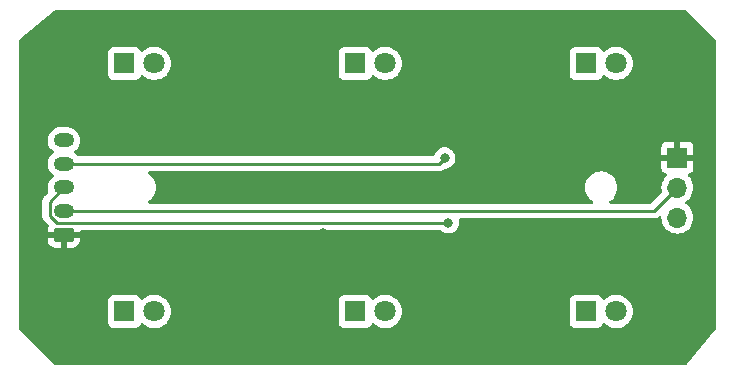
<source format=gbr>
%TF.GenerationSoftware,KiCad,Pcbnew,7.0.8-1.fc38*%
%TF.CreationDate,2023-10-12T23:26:15-06:00*%
%TF.ProjectId,lightPCBV1.1,6c696768-7450-4434-9256-312e312e6b69,rev?*%
%TF.SameCoordinates,Original*%
%TF.FileFunction,Copper,L2,Bot*%
%TF.FilePolarity,Positive*%
%FSLAX46Y46*%
G04 Gerber Fmt 4.6, Leading zero omitted, Abs format (unit mm)*
G04 Created by KiCad (PCBNEW 7.0.8-1.fc38) date 2023-10-12 23:26:15*
%MOMM*%
%LPD*%
G01*
G04 APERTURE LIST*
G04 Aperture macros list*
%AMRoundRect*
0 Rectangle with rounded corners*
0 $1 Rounding radius*
0 $2 $3 $4 $5 $6 $7 $8 $9 X,Y pos of 4 corners*
0 Add a 4 corners polygon primitive as box body*
4,1,4,$2,$3,$4,$5,$6,$7,$8,$9,$2,$3,0*
0 Add four circle primitives for the rounded corners*
1,1,$1+$1,$2,$3*
1,1,$1+$1,$4,$5*
1,1,$1+$1,$6,$7*
1,1,$1+$1,$8,$9*
0 Add four rect primitives between the rounded corners*
20,1,$1+$1,$2,$3,$4,$5,0*
20,1,$1+$1,$4,$5,$6,$7,0*
20,1,$1+$1,$6,$7,$8,$9,0*
20,1,$1+$1,$8,$9,$2,$3,0*%
G04 Aperture macros list end*
%TA.AperFunction,ComponentPad*%
%ADD10R,1.700000X1.700000*%
%TD*%
%TA.AperFunction,ComponentPad*%
%ADD11O,1.700000X1.700000*%
%TD*%
%TA.AperFunction,ComponentPad*%
%ADD12RoundRect,0.250000X0.625000X-0.350000X0.625000X0.350000X-0.625000X0.350000X-0.625000X-0.350000X0*%
%TD*%
%TA.AperFunction,ComponentPad*%
%ADD13O,1.750000X1.200000*%
%TD*%
%TA.AperFunction,ComponentPad*%
%ADD14R,1.800000X1.800000*%
%TD*%
%TA.AperFunction,ComponentPad*%
%ADD15C,1.800000*%
%TD*%
%TA.AperFunction,ViaPad*%
%ADD16C,0.800000*%
%TD*%
%TA.AperFunction,Conductor*%
%ADD17C,0.250000*%
%TD*%
G04 APERTURE END LIST*
D10*
%TO.P,J2,1,Pin_1*%
%TO.N,GND*%
X174710000Y-87375000D03*
D11*
%TO.P,J2,2,Pin_2*%
%TO.N,/NEO*%
X174710000Y-89915000D03*
%TO.P,J2,3,Pin_3*%
%TO.N,VCC*%
X174710000Y-92455000D03*
%TD*%
D12*
%TO.P,J1,1,Pin_1*%
%TO.N,GND*%
X122760000Y-93900000D03*
D13*
%TO.P,J1,2,Pin_2*%
%TO.N,/NEO*%
X122760000Y-91900000D03*
%TO.P,J1,3,Pin_3*%
%TO.N,/SCL*%
X122760000Y-89900000D03*
%TO.P,J1,4,Pin_4*%
%TO.N,/SDA*%
X122760000Y-87900000D03*
%TO.P,J1,5,Pin_5*%
%TO.N,VCC*%
X122760000Y-85900000D03*
%TD*%
D14*
%TO.P,D2,1,K*%
%TO.N,/P2*%
X147435000Y-100400000D03*
D15*
%TO.P,D2,2,A*%
%TO.N,Net-(D2-A)*%
X149975000Y-100400000D03*
%TD*%
D14*
%TO.P,D3,1,K*%
%TO.N,/P3*%
X166990000Y-100400000D03*
D15*
%TO.P,D3,2,A*%
%TO.N,Net-(D3-A)*%
X169530000Y-100400000D03*
%TD*%
D14*
%TO.P,D1,1,K*%
%TO.N,/P1*%
X127885000Y-100400000D03*
D15*
%TO.P,D1,2,A*%
%TO.N,Net-(D1-A)*%
X130425000Y-100400000D03*
%TD*%
D14*
%TO.P,D4,1,K*%
%TO.N,/P4*%
X127885000Y-79400000D03*
D15*
%TO.P,D4,2,A*%
%TO.N,Net-(D4-A)*%
X130425000Y-79400000D03*
%TD*%
D14*
%TO.P,D6,1,K*%
%TO.N,/P6*%
X166990000Y-79400000D03*
D15*
%TO.P,D6,2,A*%
%TO.N,Net-(D6-A)*%
X169530000Y-79400000D03*
%TD*%
D14*
%TO.P,D5,1,K*%
%TO.N,/P5*%
X147440000Y-79400000D03*
D15*
%TO.P,D5,2,A*%
%TO.N,Net-(D5-A)*%
X149980000Y-79400000D03*
%TD*%
D16*
%TO.N,/SCL*%
X155310000Y-92900000D03*
%TO.N,/SDA*%
X155010000Y-87400000D03*
%TO.N,GND*%
X144710000Y-93800000D03*
%TD*%
D17*
%TO.N,/SDA*%
X122760000Y-87900000D02*
X154510000Y-87900000D01*
X154510000Y-87900000D02*
X155010000Y-87400000D01*
%TO.N,/SCL*%
X122760000Y-89900000D02*
X121560000Y-91100000D01*
X121560000Y-91100000D02*
X121560000Y-92283148D01*
X121560000Y-92283148D02*
X122176852Y-92900000D01*
X122176852Y-92900000D02*
X155310000Y-92900000D01*
%TO.N,/NEO*%
X122760000Y-91900000D02*
X172725000Y-91900000D01*
X172725000Y-91900000D02*
X174710000Y-89915000D01*
%TD*%
%TA.AperFunction,Conductor*%
%TO.N,GND*%
G36*
X175475469Y-74920185D02*
G01*
X175496111Y-74936819D01*
X177923181Y-77363888D01*
X177956666Y-77425211D01*
X177959500Y-77451569D01*
X177959500Y-101854924D01*
X177939815Y-101921963D01*
X177930759Y-101934307D01*
X175496947Y-104854883D01*
X175438908Y-104893782D01*
X175401688Y-104899500D01*
X122011569Y-104899500D01*
X121944530Y-104879815D01*
X121923888Y-104863181D01*
X118996819Y-101936111D01*
X118963334Y-101874788D01*
X118960500Y-101848430D01*
X118960500Y-101347870D01*
X126484500Y-101347870D01*
X126484501Y-101347876D01*
X126490908Y-101407483D01*
X126541202Y-101542328D01*
X126541206Y-101542335D01*
X126627452Y-101657544D01*
X126627455Y-101657547D01*
X126742664Y-101743793D01*
X126742671Y-101743797D01*
X126877517Y-101794091D01*
X126877516Y-101794091D01*
X126884444Y-101794835D01*
X126937127Y-101800500D01*
X128832872Y-101800499D01*
X128892483Y-101794091D01*
X129027331Y-101743796D01*
X129142546Y-101657546D01*
X129228796Y-101542331D01*
X129257455Y-101465493D01*
X129299326Y-101409559D01*
X129364790Y-101385141D01*
X129433063Y-101399992D01*
X129464866Y-101424843D01*
X129472302Y-101432920D01*
X129473215Y-101433912D01*
X129473222Y-101433918D01*
X129656365Y-101576464D01*
X129656371Y-101576468D01*
X129656374Y-101576470D01*
X129860497Y-101686936D01*
X129974487Y-101726068D01*
X130080015Y-101762297D01*
X130080017Y-101762297D01*
X130080019Y-101762298D01*
X130308951Y-101800500D01*
X130308952Y-101800500D01*
X130541048Y-101800500D01*
X130541049Y-101800500D01*
X130769981Y-101762298D01*
X130989503Y-101686936D01*
X131193626Y-101576470D01*
X131376784Y-101433913D01*
X131455992Y-101347870D01*
X146034500Y-101347870D01*
X146034501Y-101347876D01*
X146040908Y-101407483D01*
X146091202Y-101542328D01*
X146091206Y-101542335D01*
X146177452Y-101657544D01*
X146177455Y-101657547D01*
X146292664Y-101743793D01*
X146292671Y-101743797D01*
X146427517Y-101794091D01*
X146427516Y-101794091D01*
X146434444Y-101794835D01*
X146487127Y-101800500D01*
X148382872Y-101800499D01*
X148442483Y-101794091D01*
X148577331Y-101743796D01*
X148692546Y-101657546D01*
X148778796Y-101542331D01*
X148807455Y-101465493D01*
X148849326Y-101409559D01*
X148914790Y-101385141D01*
X148983063Y-101399992D01*
X149014866Y-101424843D01*
X149022302Y-101432920D01*
X149023215Y-101433912D01*
X149023222Y-101433918D01*
X149206365Y-101576464D01*
X149206371Y-101576468D01*
X149206374Y-101576470D01*
X149410497Y-101686936D01*
X149524487Y-101726068D01*
X149630015Y-101762297D01*
X149630017Y-101762297D01*
X149630019Y-101762298D01*
X149858951Y-101800500D01*
X149858952Y-101800500D01*
X150091048Y-101800500D01*
X150091049Y-101800500D01*
X150319981Y-101762298D01*
X150539503Y-101686936D01*
X150743626Y-101576470D01*
X150926784Y-101433913D01*
X151005992Y-101347870D01*
X165589500Y-101347870D01*
X165589501Y-101347876D01*
X165595908Y-101407483D01*
X165646202Y-101542328D01*
X165646206Y-101542335D01*
X165732452Y-101657544D01*
X165732455Y-101657547D01*
X165847664Y-101743793D01*
X165847671Y-101743797D01*
X165982517Y-101794091D01*
X165982516Y-101794091D01*
X165989444Y-101794835D01*
X166042127Y-101800500D01*
X167937872Y-101800499D01*
X167997483Y-101794091D01*
X168132331Y-101743796D01*
X168247546Y-101657546D01*
X168333796Y-101542331D01*
X168362455Y-101465493D01*
X168404326Y-101409559D01*
X168469790Y-101385141D01*
X168538063Y-101399992D01*
X168569866Y-101424843D01*
X168577302Y-101432920D01*
X168578215Y-101433912D01*
X168578222Y-101433918D01*
X168761365Y-101576464D01*
X168761371Y-101576468D01*
X168761374Y-101576470D01*
X168965497Y-101686936D01*
X169079487Y-101726068D01*
X169185015Y-101762297D01*
X169185017Y-101762297D01*
X169185019Y-101762298D01*
X169413951Y-101800500D01*
X169413952Y-101800500D01*
X169646048Y-101800500D01*
X169646049Y-101800500D01*
X169874981Y-101762298D01*
X170094503Y-101686936D01*
X170298626Y-101576470D01*
X170481784Y-101433913D01*
X170638979Y-101263153D01*
X170765924Y-101068849D01*
X170859157Y-100856300D01*
X170916134Y-100631305D01*
X170935300Y-100400000D01*
X170935300Y-100399993D01*
X170916135Y-100168702D01*
X170916133Y-100168691D01*
X170859157Y-99943699D01*
X170765924Y-99731151D01*
X170638983Y-99536852D01*
X170638980Y-99536849D01*
X170638979Y-99536847D01*
X170481784Y-99366087D01*
X170481779Y-99366083D01*
X170481777Y-99366081D01*
X170298634Y-99223535D01*
X170298628Y-99223531D01*
X170094504Y-99113064D01*
X170094495Y-99113061D01*
X169874984Y-99037702D01*
X169684450Y-99005908D01*
X169646049Y-98999500D01*
X169413951Y-98999500D01*
X169375550Y-99005908D01*
X169185015Y-99037702D01*
X168965504Y-99113061D01*
X168965495Y-99113064D01*
X168761371Y-99223531D01*
X168761365Y-99223535D01*
X168578222Y-99366081D01*
X168578218Y-99366085D01*
X168569866Y-99375158D01*
X168509979Y-99411148D01*
X168440141Y-99409047D01*
X168382525Y-99369522D01*
X168362455Y-99334507D01*
X168333797Y-99257671D01*
X168333793Y-99257664D01*
X168247547Y-99142455D01*
X168247544Y-99142452D01*
X168132335Y-99056206D01*
X168132328Y-99056202D01*
X167997482Y-99005908D01*
X167997483Y-99005908D01*
X167937883Y-98999501D01*
X167937881Y-98999500D01*
X167937873Y-98999500D01*
X167937864Y-98999500D01*
X166042129Y-98999500D01*
X166042123Y-98999501D01*
X165982516Y-99005908D01*
X165847671Y-99056202D01*
X165847664Y-99056206D01*
X165732455Y-99142452D01*
X165732452Y-99142455D01*
X165646206Y-99257664D01*
X165646202Y-99257671D01*
X165595908Y-99392517D01*
X165589501Y-99452116D01*
X165589500Y-99452135D01*
X165589500Y-101347870D01*
X151005992Y-101347870D01*
X151083979Y-101263153D01*
X151210924Y-101068849D01*
X151304157Y-100856300D01*
X151361134Y-100631305D01*
X151380300Y-100400000D01*
X151380300Y-100399993D01*
X151361135Y-100168702D01*
X151361133Y-100168691D01*
X151304157Y-99943699D01*
X151210924Y-99731151D01*
X151083983Y-99536852D01*
X151083980Y-99536849D01*
X151083979Y-99536847D01*
X150926784Y-99366087D01*
X150926779Y-99366083D01*
X150926777Y-99366081D01*
X150743634Y-99223535D01*
X150743628Y-99223531D01*
X150539504Y-99113064D01*
X150539495Y-99113061D01*
X150319984Y-99037702D01*
X150129450Y-99005908D01*
X150091049Y-98999500D01*
X149858951Y-98999500D01*
X149820550Y-99005908D01*
X149630015Y-99037702D01*
X149410504Y-99113061D01*
X149410495Y-99113064D01*
X149206371Y-99223531D01*
X149206365Y-99223535D01*
X149023222Y-99366081D01*
X149023218Y-99366085D01*
X149014866Y-99375158D01*
X148954979Y-99411148D01*
X148885141Y-99409047D01*
X148827525Y-99369522D01*
X148807455Y-99334507D01*
X148778797Y-99257671D01*
X148778793Y-99257664D01*
X148692547Y-99142455D01*
X148692544Y-99142452D01*
X148577335Y-99056206D01*
X148577328Y-99056202D01*
X148442482Y-99005908D01*
X148442483Y-99005908D01*
X148382883Y-98999501D01*
X148382881Y-98999500D01*
X148382873Y-98999500D01*
X148382864Y-98999500D01*
X146487129Y-98999500D01*
X146487123Y-98999501D01*
X146427516Y-99005908D01*
X146292671Y-99056202D01*
X146292664Y-99056206D01*
X146177455Y-99142452D01*
X146177452Y-99142455D01*
X146091206Y-99257664D01*
X146091202Y-99257671D01*
X146040908Y-99392517D01*
X146034501Y-99452116D01*
X146034500Y-99452135D01*
X146034500Y-101347870D01*
X131455992Y-101347870D01*
X131533979Y-101263153D01*
X131660924Y-101068849D01*
X131754157Y-100856300D01*
X131811134Y-100631305D01*
X131830300Y-100400000D01*
X131830300Y-100399993D01*
X131811135Y-100168702D01*
X131811133Y-100168691D01*
X131754157Y-99943699D01*
X131660924Y-99731151D01*
X131533983Y-99536852D01*
X131533980Y-99536849D01*
X131533979Y-99536847D01*
X131376784Y-99366087D01*
X131376779Y-99366083D01*
X131376777Y-99366081D01*
X131193634Y-99223535D01*
X131193628Y-99223531D01*
X130989504Y-99113064D01*
X130989495Y-99113061D01*
X130769984Y-99037702D01*
X130579450Y-99005908D01*
X130541049Y-98999500D01*
X130308951Y-98999500D01*
X130270550Y-99005908D01*
X130080015Y-99037702D01*
X129860504Y-99113061D01*
X129860495Y-99113064D01*
X129656371Y-99223531D01*
X129656365Y-99223535D01*
X129473222Y-99366081D01*
X129473218Y-99366085D01*
X129464866Y-99375158D01*
X129404979Y-99411148D01*
X129335141Y-99409047D01*
X129277525Y-99369522D01*
X129257455Y-99334507D01*
X129228797Y-99257671D01*
X129228793Y-99257664D01*
X129142547Y-99142455D01*
X129142544Y-99142452D01*
X129027335Y-99056206D01*
X129027328Y-99056202D01*
X128892482Y-99005908D01*
X128892483Y-99005908D01*
X128832883Y-98999501D01*
X128832881Y-98999500D01*
X128832873Y-98999500D01*
X128832864Y-98999500D01*
X126937129Y-98999500D01*
X126937123Y-98999501D01*
X126877516Y-99005908D01*
X126742671Y-99056202D01*
X126742664Y-99056206D01*
X126627455Y-99142452D01*
X126627452Y-99142455D01*
X126541206Y-99257664D01*
X126541202Y-99257671D01*
X126490908Y-99392517D01*
X126484501Y-99452116D01*
X126484500Y-99452135D01*
X126484500Y-101347870D01*
X118960500Y-101347870D01*
X118960500Y-91080195D01*
X120929840Y-91080195D01*
X120934225Y-91126583D01*
X120934500Y-91132421D01*
X120934500Y-92200403D01*
X120932775Y-92216020D01*
X120933061Y-92216047D01*
X120932326Y-92223813D01*
X120934500Y-92292962D01*
X120934500Y-92322491D01*
X120934501Y-92322508D01*
X120935368Y-92329379D01*
X120935826Y-92335198D01*
X120937290Y-92381772D01*
X120937291Y-92381775D01*
X120942880Y-92401015D01*
X120946824Y-92420059D01*
X120949336Y-92439940D01*
X120958645Y-92463453D01*
X120966490Y-92483267D01*
X120968382Y-92488795D01*
X120981381Y-92533536D01*
X120991580Y-92550782D01*
X121000138Y-92568251D01*
X121007514Y-92586880D01*
X121034898Y-92624571D01*
X121038106Y-92629455D01*
X121061827Y-92669564D01*
X121061833Y-92669572D01*
X121075990Y-92683728D01*
X121088628Y-92698524D01*
X121100405Y-92714734D01*
X121100406Y-92714735D01*
X121136309Y-92744436D01*
X121140620Y-92748358D01*
X121447120Y-93054859D01*
X121480605Y-93116181D01*
X121475621Y-93185873D01*
X121464978Y-93207635D01*
X121450645Y-93230871D01*
X121450641Y-93230880D01*
X121395494Y-93397302D01*
X121395493Y-93397309D01*
X121385000Y-93500013D01*
X121385000Y-93650000D01*
X122480440Y-93650000D01*
X122441722Y-93692059D01*
X122391449Y-93806670D01*
X122381114Y-93931395D01*
X122411837Y-94052719D01*
X122475394Y-94150000D01*
X121385001Y-94150000D01*
X121385001Y-94299986D01*
X121395494Y-94402697D01*
X121450641Y-94569119D01*
X121450643Y-94569124D01*
X121542684Y-94718345D01*
X121666654Y-94842315D01*
X121815875Y-94934356D01*
X121815880Y-94934358D01*
X121982302Y-94989505D01*
X121982309Y-94989506D01*
X122085019Y-94999999D01*
X122509999Y-94999999D01*
X122510000Y-94999998D01*
X122510000Y-94180617D01*
X122579052Y-94234363D01*
X122697424Y-94275000D01*
X122791073Y-94275000D01*
X122883446Y-94259586D01*
X122993514Y-94200019D01*
X123010000Y-94182110D01*
X123010000Y-94999999D01*
X123434972Y-94999999D01*
X123434986Y-94999998D01*
X123537697Y-94989505D01*
X123704119Y-94934358D01*
X123704124Y-94934356D01*
X123853345Y-94842315D01*
X123977315Y-94718345D01*
X124069356Y-94569124D01*
X124069358Y-94569119D01*
X124124505Y-94402697D01*
X124124506Y-94402690D01*
X124134999Y-94299986D01*
X124135000Y-94299973D01*
X124135000Y-94150000D01*
X123039560Y-94150000D01*
X123078278Y-94107941D01*
X123128551Y-93993330D01*
X123138886Y-93868605D01*
X123108163Y-93747281D01*
X123044606Y-93650000D01*
X124134999Y-93650000D01*
X124134999Y-93649500D01*
X124154684Y-93582461D01*
X124207488Y-93536706D01*
X124258999Y-93525500D01*
X154606252Y-93525500D01*
X154673291Y-93545185D01*
X154698400Y-93566526D01*
X154704126Y-93572885D01*
X154704130Y-93572889D01*
X154857265Y-93684148D01*
X154857270Y-93684151D01*
X155030192Y-93761142D01*
X155030197Y-93761144D01*
X155215354Y-93800500D01*
X155215355Y-93800500D01*
X155404644Y-93800500D01*
X155404646Y-93800500D01*
X155589803Y-93761144D01*
X155762730Y-93684151D01*
X155915871Y-93572888D01*
X156042533Y-93432216D01*
X156137179Y-93268284D01*
X156195674Y-93088256D01*
X156215460Y-92900000D01*
X156195674Y-92711744D01*
X156187900Y-92687818D01*
X156185905Y-92617977D01*
X156221985Y-92558144D01*
X156284686Y-92527316D01*
X156305831Y-92525500D01*
X172642257Y-92525500D01*
X172657877Y-92527224D01*
X172657904Y-92526939D01*
X172665660Y-92527671D01*
X172665667Y-92527673D01*
X172734814Y-92525500D01*
X172764350Y-92525500D01*
X172771228Y-92524630D01*
X172777041Y-92524172D01*
X172823627Y-92522709D01*
X172842869Y-92517117D01*
X172861912Y-92513174D01*
X172881792Y-92510664D01*
X172925122Y-92493507D01*
X172930646Y-92491617D01*
X172940359Y-92488795D01*
X172975390Y-92478618D01*
X172992629Y-92468422D01*
X173010103Y-92459862D01*
X173028727Y-92452488D01*
X173028727Y-92452487D01*
X173028732Y-92452486D01*
X173066449Y-92425082D01*
X173071305Y-92421892D01*
X173111420Y-92398170D01*
X173125589Y-92383999D01*
X173140372Y-92371373D01*
X173156587Y-92359594D01*
X173156587Y-92359593D01*
X173157462Y-92358958D01*
X173223270Y-92335483D01*
X173291323Y-92351312D01*
X173340014Y-92401421D01*
X173351986Y-92449770D01*
X173353869Y-92449606D01*
X173374936Y-92690403D01*
X173374938Y-92690413D01*
X173436094Y-92918655D01*
X173436096Y-92918659D01*
X173436097Y-92918663D01*
X173499606Y-93054858D01*
X173535965Y-93132830D01*
X173535967Y-93132834D01*
X173573106Y-93185873D01*
X173671505Y-93326401D01*
X173838599Y-93493495D01*
X173883593Y-93525000D01*
X174032165Y-93629032D01*
X174032167Y-93629033D01*
X174032170Y-93629035D01*
X174246337Y-93728903D01*
X174474592Y-93790063D01*
X174662918Y-93806539D01*
X174709999Y-93810659D01*
X174710000Y-93810659D01*
X174710001Y-93810659D01*
X174755593Y-93806670D01*
X174945408Y-93790063D01*
X175173663Y-93728903D01*
X175387830Y-93629035D01*
X175581401Y-93493495D01*
X175748495Y-93326401D01*
X175884035Y-93132830D01*
X175983903Y-92918663D01*
X176045063Y-92690408D01*
X176065659Y-92455000D01*
X176065201Y-92449770D01*
X176045063Y-92219596D01*
X176045063Y-92219592D01*
X175983903Y-91991337D01*
X175884035Y-91777171D01*
X175748495Y-91583599D01*
X175748494Y-91583597D01*
X175581402Y-91416506D01*
X175581396Y-91416501D01*
X175395842Y-91286575D01*
X175352217Y-91231998D01*
X175345023Y-91162500D01*
X175376546Y-91100145D01*
X175395842Y-91083425D01*
X175470692Y-91031014D01*
X175581401Y-90953495D01*
X175748495Y-90786401D01*
X175884035Y-90592830D01*
X175983903Y-90378663D01*
X176045063Y-90150408D01*
X176065659Y-89915000D01*
X176045063Y-89679592D01*
X175983903Y-89451337D01*
X175884035Y-89237171D01*
X175873531Y-89222170D01*
X175748496Y-89043600D01*
X175702222Y-88997326D01*
X175626179Y-88921283D01*
X175592696Y-88859963D01*
X175597680Y-88790271D01*
X175639551Y-88734337D01*
X175670529Y-88717422D01*
X175802086Y-88668354D01*
X175802093Y-88668350D01*
X175917187Y-88582190D01*
X175917190Y-88582187D01*
X176003350Y-88467093D01*
X176003354Y-88467086D01*
X176053596Y-88332379D01*
X176053598Y-88332372D01*
X176059999Y-88272844D01*
X176060000Y-88272827D01*
X176060000Y-87625000D01*
X175143686Y-87625000D01*
X175169493Y-87584844D01*
X175210000Y-87446889D01*
X175210000Y-87303111D01*
X175169493Y-87165156D01*
X175143686Y-87125000D01*
X176060000Y-87125000D01*
X176060000Y-86477172D01*
X176059999Y-86477155D01*
X176053598Y-86417627D01*
X176053596Y-86417620D01*
X176003354Y-86282913D01*
X176003350Y-86282906D01*
X175917190Y-86167812D01*
X175917187Y-86167809D01*
X175802093Y-86081649D01*
X175802086Y-86081645D01*
X175667379Y-86031403D01*
X175667372Y-86031401D01*
X175607844Y-86025000D01*
X174960000Y-86025000D01*
X174960000Y-86939498D01*
X174852315Y-86890320D01*
X174745763Y-86875000D01*
X174674237Y-86875000D01*
X174567685Y-86890320D01*
X174460000Y-86939498D01*
X174460000Y-86025000D01*
X173812155Y-86025000D01*
X173752627Y-86031401D01*
X173752620Y-86031403D01*
X173617913Y-86081645D01*
X173617906Y-86081649D01*
X173502812Y-86167809D01*
X173502809Y-86167812D01*
X173416649Y-86282906D01*
X173416645Y-86282913D01*
X173366403Y-86417620D01*
X173366401Y-86417627D01*
X173360000Y-86477155D01*
X173360000Y-87125000D01*
X174276314Y-87125000D01*
X174250507Y-87165156D01*
X174210000Y-87303111D01*
X174210000Y-87446889D01*
X174250507Y-87584844D01*
X174276314Y-87625000D01*
X173360000Y-87625000D01*
X173360000Y-88272844D01*
X173366401Y-88332372D01*
X173366403Y-88332379D01*
X173416645Y-88467086D01*
X173416649Y-88467093D01*
X173502809Y-88582187D01*
X173502812Y-88582190D01*
X173617906Y-88668350D01*
X173617913Y-88668354D01*
X173749470Y-88717421D01*
X173805403Y-88759292D01*
X173829821Y-88824756D01*
X173814970Y-88893029D01*
X173793819Y-88921284D01*
X173671503Y-89043600D01*
X173535965Y-89237169D01*
X173535964Y-89237171D01*
X173436098Y-89451335D01*
X173436094Y-89451344D01*
X173374938Y-89679586D01*
X173374936Y-89679596D01*
X173354341Y-89914999D01*
X173354341Y-89915000D01*
X173374936Y-90150403D01*
X173374938Y-90150413D01*
X173401856Y-90250872D01*
X173400193Y-90320722D01*
X173369762Y-90370646D01*
X172502228Y-91238181D01*
X172440905Y-91271666D01*
X172414547Y-91274500D01*
X169044813Y-91274500D01*
X168977774Y-91254815D01*
X168932019Y-91202011D01*
X168922075Y-91132853D01*
X168951100Y-91069297D01*
X168973690Y-91048925D01*
X169082097Y-90973018D01*
X169131401Y-90938495D01*
X169298495Y-90771401D01*
X169434035Y-90577830D01*
X169533903Y-90363663D01*
X169595063Y-90135408D01*
X169615659Y-89900000D01*
X169595063Y-89664592D01*
X169535087Y-89440756D01*
X169533905Y-89436344D01*
X169533904Y-89436343D01*
X169533903Y-89436337D01*
X169434035Y-89222171D01*
X169434034Y-89222169D01*
X169298494Y-89028597D01*
X169131402Y-88861505D01*
X168937830Y-88725965D01*
X168937828Y-88725964D01*
X168755830Y-88641097D01*
X168723663Y-88626097D01*
X168723659Y-88626096D01*
X168723655Y-88626094D01*
X168495413Y-88564938D01*
X168495403Y-88564936D01*
X168318966Y-88549500D01*
X168201034Y-88549500D01*
X168024596Y-88564936D01*
X168024586Y-88564938D01*
X167796344Y-88626094D01*
X167796335Y-88626098D01*
X167582171Y-88725964D01*
X167582169Y-88725965D01*
X167388597Y-88861505D01*
X167221506Y-89028597D01*
X167221501Y-89028604D01*
X167085967Y-89222165D01*
X167085965Y-89222169D01*
X166986098Y-89436335D01*
X166986094Y-89436344D01*
X166924938Y-89664586D01*
X166924936Y-89664596D01*
X166904341Y-89899999D01*
X166904341Y-89900000D01*
X166924936Y-90135403D01*
X166924938Y-90135413D01*
X166986094Y-90363655D01*
X166986096Y-90363659D01*
X166986097Y-90363663D01*
X167036031Y-90470746D01*
X167085964Y-90577828D01*
X167085965Y-90577830D01*
X167221505Y-90771402D01*
X167388596Y-90938493D01*
X167546310Y-91048925D01*
X167589935Y-91103502D01*
X167597129Y-91173000D01*
X167565606Y-91235355D01*
X167505377Y-91270769D01*
X167475187Y-91274500D01*
X129994813Y-91274500D01*
X129927774Y-91254815D01*
X129882019Y-91202011D01*
X129872075Y-91132853D01*
X129901100Y-91069297D01*
X129923690Y-91048925D01*
X130032097Y-90973018D01*
X130081401Y-90938495D01*
X130248495Y-90771401D01*
X130384035Y-90577830D01*
X130483903Y-90363663D01*
X130545063Y-90135408D01*
X130565659Y-89900000D01*
X130545063Y-89664592D01*
X130485087Y-89440756D01*
X130483905Y-89436344D01*
X130483904Y-89436343D01*
X130483903Y-89436337D01*
X130384035Y-89222171D01*
X130384034Y-89222169D01*
X130248494Y-89028597D01*
X130081403Y-88861506D01*
X129923690Y-88751075D01*
X129880065Y-88696498D01*
X129872871Y-88627000D01*
X129904394Y-88564645D01*
X129964623Y-88529231D01*
X129994813Y-88525500D01*
X154427257Y-88525500D01*
X154442877Y-88527224D01*
X154442904Y-88526939D01*
X154450660Y-88527671D01*
X154450667Y-88527673D01*
X154519814Y-88525500D01*
X154549350Y-88525500D01*
X154556228Y-88524630D01*
X154562041Y-88524172D01*
X154608627Y-88522709D01*
X154627869Y-88517117D01*
X154646912Y-88513174D01*
X154666792Y-88510664D01*
X154710122Y-88493507D01*
X154715646Y-88491617D01*
X154719396Y-88490527D01*
X154760390Y-88478618D01*
X154777629Y-88468422D01*
X154795103Y-88459862D01*
X154813727Y-88452488D01*
X154813727Y-88452487D01*
X154813732Y-88452486D01*
X154851449Y-88425082D01*
X154856305Y-88421892D01*
X154896420Y-88398170D01*
X154910589Y-88383999D01*
X154925379Y-88371368D01*
X154941587Y-88359594D01*
X154948822Y-88350847D01*
X154953279Y-88345461D01*
X155011179Y-88306352D01*
X155048824Y-88300500D01*
X155104644Y-88300500D01*
X155104646Y-88300500D01*
X155289803Y-88261144D01*
X155462730Y-88184151D01*
X155615871Y-88072888D01*
X155742533Y-87932216D01*
X155837179Y-87768284D01*
X155895674Y-87588256D01*
X155915460Y-87400000D01*
X155895674Y-87211744D01*
X155837179Y-87031716D01*
X155742533Y-86867784D01*
X155615871Y-86727112D01*
X155578684Y-86700094D01*
X155462734Y-86615851D01*
X155462729Y-86615848D01*
X155289807Y-86538857D01*
X155289802Y-86538855D01*
X155144001Y-86507865D01*
X155104646Y-86499500D01*
X154915354Y-86499500D01*
X154882897Y-86506398D01*
X154730197Y-86538855D01*
X154730192Y-86538857D01*
X154557270Y-86615848D01*
X154557265Y-86615851D01*
X154404129Y-86727111D01*
X154277466Y-86867785D01*
X154182821Y-87031715D01*
X154182818Y-87031722D01*
X154131775Y-87188818D01*
X154092337Y-87246494D01*
X154027979Y-87273692D01*
X154013844Y-87274500D01*
X124004520Y-87274500D01*
X123937481Y-87254815D01*
X123903513Y-87222427D01*
X123870490Y-87176052D01*
X123870479Y-87176040D01*
X123718379Y-87031014D01*
X123677057Y-87004458D01*
X123631302Y-86951654D01*
X123621359Y-86882496D01*
X123650384Y-86818940D01*
X123667445Y-86802673D01*
X123710283Y-86768984D01*
X123797886Y-86700092D01*
X123935519Y-86541256D01*
X124006901Y-86417620D01*
X124040601Y-86359249D01*
X124040600Y-86359249D01*
X124040604Y-86359244D01*
X124109344Y-86160633D01*
X124139254Y-85952602D01*
X124129254Y-85742670D01*
X124079704Y-85538424D01*
X124079701Y-85538417D01*
X123992401Y-85347256D01*
X123992398Y-85347251D01*
X123992397Y-85347250D01*
X123992396Y-85347247D01*
X123870486Y-85176048D01*
X123870484Y-85176046D01*
X123870479Y-85176040D01*
X123718379Y-85031014D01*
X123541574Y-84917388D01*
X123346455Y-84839274D01*
X123140086Y-84799500D01*
X123140085Y-84799500D01*
X122432575Y-84799500D01*
X122275782Y-84814472D01*
X122275778Y-84814473D01*
X122074127Y-84873683D01*
X121887313Y-84969991D01*
X121722116Y-85099905D01*
X121722112Y-85099909D01*
X121584478Y-85258746D01*
X121479398Y-85440750D01*
X121410656Y-85639365D01*
X121410656Y-85639367D01*
X121395804Y-85742670D01*
X121380746Y-85847401D01*
X121390745Y-86057327D01*
X121440296Y-86261578D01*
X121440298Y-86261582D01*
X121527598Y-86452743D01*
X121527601Y-86452748D01*
X121527602Y-86452750D01*
X121527604Y-86452753D01*
X121649514Y-86623952D01*
X121649515Y-86623953D01*
X121649520Y-86623959D01*
X121801619Y-86768984D01*
X121842941Y-86795540D01*
X121888696Y-86848344D01*
X121898640Y-86917503D01*
X121869615Y-86981059D01*
X121852555Y-86997326D01*
X121722112Y-87099909D01*
X121584478Y-87258746D01*
X121479398Y-87440750D01*
X121410656Y-87639365D01*
X121410656Y-87639368D01*
X121380746Y-87847401D01*
X121390745Y-88057327D01*
X121440296Y-88261578D01*
X121440298Y-88261582D01*
X121527598Y-88452743D01*
X121527601Y-88452748D01*
X121527602Y-88452750D01*
X121527604Y-88452753D01*
X121631026Y-88597989D01*
X121649515Y-88623953D01*
X121649520Y-88623959D01*
X121801619Y-88768984D01*
X121842941Y-88795540D01*
X121888696Y-88848344D01*
X121898640Y-88917503D01*
X121869615Y-88981059D01*
X121852555Y-88997326D01*
X121722112Y-89099909D01*
X121584478Y-89258746D01*
X121479398Y-89440750D01*
X121410656Y-89639365D01*
X121410656Y-89639367D01*
X121395804Y-89742670D01*
X121380746Y-89847401D01*
X121390745Y-90057327D01*
X121438235Y-90253081D01*
X121434910Y-90322872D01*
X121405411Y-90369996D01*
X121176208Y-90599199D01*
X121163951Y-90609020D01*
X121164134Y-90609241D01*
X121158123Y-90614213D01*
X121110772Y-90664636D01*
X121089889Y-90685519D01*
X121089877Y-90685532D01*
X121085621Y-90691017D01*
X121081837Y-90695447D01*
X121049937Y-90729418D01*
X121049936Y-90729420D01*
X121040284Y-90746976D01*
X121029610Y-90763226D01*
X121017329Y-90779061D01*
X121017324Y-90779068D01*
X120998815Y-90821838D01*
X120996245Y-90827084D01*
X120973803Y-90867906D01*
X120968822Y-90887307D01*
X120962521Y-90905710D01*
X120954562Y-90924102D01*
X120954561Y-90924105D01*
X120947271Y-90970127D01*
X120946087Y-90975846D01*
X120934501Y-91020972D01*
X120934500Y-91020982D01*
X120934500Y-91041016D01*
X120932973Y-91060415D01*
X120929840Y-91080194D01*
X120929840Y-91080195D01*
X118960500Y-91080195D01*
X118960500Y-80347870D01*
X126484500Y-80347870D01*
X126484501Y-80347876D01*
X126490908Y-80407483D01*
X126541202Y-80542328D01*
X126541206Y-80542335D01*
X126627452Y-80657544D01*
X126627455Y-80657547D01*
X126742664Y-80743793D01*
X126742671Y-80743797D01*
X126877517Y-80794091D01*
X126877516Y-80794091D01*
X126884444Y-80794835D01*
X126937127Y-80800500D01*
X128832872Y-80800499D01*
X128892483Y-80794091D01*
X129027331Y-80743796D01*
X129142546Y-80657546D01*
X129228796Y-80542331D01*
X129257455Y-80465493D01*
X129299326Y-80409559D01*
X129364790Y-80385141D01*
X129433063Y-80399992D01*
X129464866Y-80424843D01*
X129472302Y-80432920D01*
X129473215Y-80433912D01*
X129473222Y-80433918D01*
X129656365Y-80576464D01*
X129656371Y-80576468D01*
X129656374Y-80576470D01*
X129860497Y-80686936D01*
X129974487Y-80726068D01*
X130080015Y-80762297D01*
X130080017Y-80762297D01*
X130080019Y-80762298D01*
X130308951Y-80800500D01*
X130308952Y-80800500D01*
X130541048Y-80800500D01*
X130541049Y-80800500D01*
X130769981Y-80762298D01*
X130989503Y-80686936D01*
X131193626Y-80576470D01*
X131376784Y-80433913D01*
X131455992Y-80347870D01*
X146039500Y-80347870D01*
X146039501Y-80347876D01*
X146045908Y-80407483D01*
X146096202Y-80542328D01*
X146096206Y-80542335D01*
X146182452Y-80657544D01*
X146182455Y-80657547D01*
X146297664Y-80743793D01*
X146297671Y-80743797D01*
X146432517Y-80794091D01*
X146432516Y-80794091D01*
X146439444Y-80794835D01*
X146492127Y-80800500D01*
X148387872Y-80800499D01*
X148447483Y-80794091D01*
X148582331Y-80743796D01*
X148697546Y-80657546D01*
X148783796Y-80542331D01*
X148812455Y-80465493D01*
X148854326Y-80409559D01*
X148919790Y-80385141D01*
X148988063Y-80399992D01*
X149019866Y-80424843D01*
X149027302Y-80432920D01*
X149028215Y-80433912D01*
X149028222Y-80433918D01*
X149211365Y-80576464D01*
X149211371Y-80576468D01*
X149211374Y-80576470D01*
X149415497Y-80686936D01*
X149529487Y-80726068D01*
X149635015Y-80762297D01*
X149635017Y-80762297D01*
X149635019Y-80762298D01*
X149863951Y-80800500D01*
X149863952Y-80800500D01*
X150096048Y-80800500D01*
X150096049Y-80800500D01*
X150324981Y-80762298D01*
X150544503Y-80686936D01*
X150748626Y-80576470D01*
X150931784Y-80433913D01*
X151010992Y-80347870D01*
X165589500Y-80347870D01*
X165589501Y-80347876D01*
X165595908Y-80407483D01*
X165646202Y-80542328D01*
X165646206Y-80542335D01*
X165732452Y-80657544D01*
X165732455Y-80657547D01*
X165847664Y-80743793D01*
X165847671Y-80743797D01*
X165982517Y-80794091D01*
X165982516Y-80794091D01*
X165989444Y-80794835D01*
X166042127Y-80800500D01*
X167937872Y-80800499D01*
X167997483Y-80794091D01*
X168132331Y-80743796D01*
X168247546Y-80657546D01*
X168333796Y-80542331D01*
X168362455Y-80465493D01*
X168404326Y-80409559D01*
X168469790Y-80385141D01*
X168538063Y-80399992D01*
X168569866Y-80424843D01*
X168577302Y-80432920D01*
X168578215Y-80433912D01*
X168578222Y-80433918D01*
X168761365Y-80576464D01*
X168761371Y-80576468D01*
X168761374Y-80576470D01*
X168965497Y-80686936D01*
X169079487Y-80726068D01*
X169185015Y-80762297D01*
X169185017Y-80762297D01*
X169185019Y-80762298D01*
X169413951Y-80800500D01*
X169413952Y-80800500D01*
X169646048Y-80800500D01*
X169646049Y-80800500D01*
X169874981Y-80762298D01*
X170094503Y-80686936D01*
X170298626Y-80576470D01*
X170481784Y-80433913D01*
X170638979Y-80263153D01*
X170765924Y-80068849D01*
X170859157Y-79856300D01*
X170916134Y-79631305D01*
X170935300Y-79400000D01*
X170935300Y-79399993D01*
X170916135Y-79168702D01*
X170916133Y-79168691D01*
X170859157Y-78943699D01*
X170765924Y-78731151D01*
X170638983Y-78536852D01*
X170638980Y-78536849D01*
X170638979Y-78536847D01*
X170481784Y-78366087D01*
X170481779Y-78366083D01*
X170481777Y-78366081D01*
X170298634Y-78223535D01*
X170298628Y-78223531D01*
X170094504Y-78113064D01*
X170094495Y-78113061D01*
X169874984Y-78037702D01*
X169684450Y-78005908D01*
X169646049Y-77999500D01*
X169413951Y-77999500D01*
X169375550Y-78005908D01*
X169185015Y-78037702D01*
X168965504Y-78113061D01*
X168965495Y-78113064D01*
X168761371Y-78223531D01*
X168761365Y-78223535D01*
X168578222Y-78366081D01*
X168578218Y-78366085D01*
X168569866Y-78375158D01*
X168509979Y-78411148D01*
X168440141Y-78409047D01*
X168382525Y-78369522D01*
X168362455Y-78334507D01*
X168333797Y-78257671D01*
X168333793Y-78257664D01*
X168247547Y-78142455D01*
X168247544Y-78142452D01*
X168132335Y-78056206D01*
X168132328Y-78056202D01*
X167997482Y-78005908D01*
X167997483Y-78005908D01*
X167937883Y-77999501D01*
X167937881Y-77999500D01*
X167937873Y-77999500D01*
X167937864Y-77999500D01*
X166042129Y-77999500D01*
X166042123Y-77999501D01*
X165982516Y-78005908D01*
X165847671Y-78056202D01*
X165847664Y-78056206D01*
X165732455Y-78142452D01*
X165732452Y-78142455D01*
X165646206Y-78257664D01*
X165646202Y-78257671D01*
X165595908Y-78392517D01*
X165589501Y-78452116D01*
X165589500Y-78452135D01*
X165589500Y-80347870D01*
X151010992Y-80347870D01*
X151088979Y-80263153D01*
X151215924Y-80068849D01*
X151309157Y-79856300D01*
X151366134Y-79631305D01*
X151385300Y-79400000D01*
X151385300Y-79399993D01*
X151366135Y-79168702D01*
X151366133Y-79168691D01*
X151309157Y-78943699D01*
X151215924Y-78731151D01*
X151088983Y-78536852D01*
X151088980Y-78536849D01*
X151088979Y-78536847D01*
X150931784Y-78366087D01*
X150931779Y-78366083D01*
X150931777Y-78366081D01*
X150748634Y-78223535D01*
X150748628Y-78223531D01*
X150544504Y-78113064D01*
X150544495Y-78113061D01*
X150324984Y-78037702D01*
X150134450Y-78005908D01*
X150096049Y-77999500D01*
X149863951Y-77999500D01*
X149825550Y-78005908D01*
X149635015Y-78037702D01*
X149415504Y-78113061D01*
X149415495Y-78113064D01*
X149211371Y-78223531D01*
X149211365Y-78223535D01*
X149028222Y-78366081D01*
X149028218Y-78366085D01*
X149019866Y-78375158D01*
X148959979Y-78411148D01*
X148890141Y-78409047D01*
X148832525Y-78369522D01*
X148812455Y-78334507D01*
X148783797Y-78257671D01*
X148783793Y-78257664D01*
X148697547Y-78142455D01*
X148697544Y-78142452D01*
X148582335Y-78056206D01*
X148582328Y-78056202D01*
X148447482Y-78005908D01*
X148447483Y-78005908D01*
X148387883Y-77999501D01*
X148387881Y-77999500D01*
X148387873Y-77999500D01*
X148387864Y-77999500D01*
X146492129Y-77999500D01*
X146492123Y-77999501D01*
X146432516Y-78005908D01*
X146297671Y-78056202D01*
X146297664Y-78056206D01*
X146182455Y-78142452D01*
X146182452Y-78142455D01*
X146096206Y-78257664D01*
X146096202Y-78257671D01*
X146045908Y-78392517D01*
X146039501Y-78452116D01*
X146039500Y-78452135D01*
X146039500Y-80347870D01*
X131455992Y-80347870D01*
X131533979Y-80263153D01*
X131660924Y-80068849D01*
X131754157Y-79856300D01*
X131811134Y-79631305D01*
X131830300Y-79400000D01*
X131830300Y-79399993D01*
X131811135Y-79168702D01*
X131811133Y-79168691D01*
X131754157Y-78943699D01*
X131660924Y-78731151D01*
X131533983Y-78536852D01*
X131533980Y-78536849D01*
X131533979Y-78536847D01*
X131376784Y-78366087D01*
X131376779Y-78366083D01*
X131376777Y-78366081D01*
X131193634Y-78223535D01*
X131193628Y-78223531D01*
X130989504Y-78113064D01*
X130989495Y-78113061D01*
X130769984Y-78037702D01*
X130579450Y-78005908D01*
X130541049Y-77999500D01*
X130308951Y-77999500D01*
X130270550Y-78005908D01*
X130080015Y-78037702D01*
X129860504Y-78113061D01*
X129860495Y-78113064D01*
X129656371Y-78223531D01*
X129656365Y-78223535D01*
X129473222Y-78366081D01*
X129473218Y-78366085D01*
X129464866Y-78375158D01*
X129404979Y-78411148D01*
X129335141Y-78409047D01*
X129277525Y-78369522D01*
X129257455Y-78334507D01*
X129228797Y-78257671D01*
X129228793Y-78257664D01*
X129142547Y-78142455D01*
X129142544Y-78142452D01*
X129027335Y-78056206D01*
X129027328Y-78056202D01*
X128892482Y-78005908D01*
X128892483Y-78005908D01*
X128832883Y-77999501D01*
X128832881Y-77999500D01*
X128832873Y-77999500D01*
X128832864Y-77999500D01*
X126937129Y-77999500D01*
X126937123Y-77999501D01*
X126877516Y-78005908D01*
X126742671Y-78056202D01*
X126742664Y-78056206D01*
X126627455Y-78142452D01*
X126627452Y-78142455D01*
X126541206Y-78257664D01*
X126541202Y-78257671D01*
X126490908Y-78392517D01*
X126484501Y-78452116D01*
X126484500Y-78452135D01*
X126484500Y-80347870D01*
X118960500Y-80347870D01*
X118960500Y-77458311D01*
X118980185Y-77391272D01*
X119005117Y-77363052D01*
X121925692Y-74929241D01*
X121989795Y-74901445D01*
X122005075Y-74900500D01*
X175408430Y-74900500D01*
X175475469Y-74920185D01*
G37*
%TD.AperFunction*%
%TD*%
M02*

</source>
